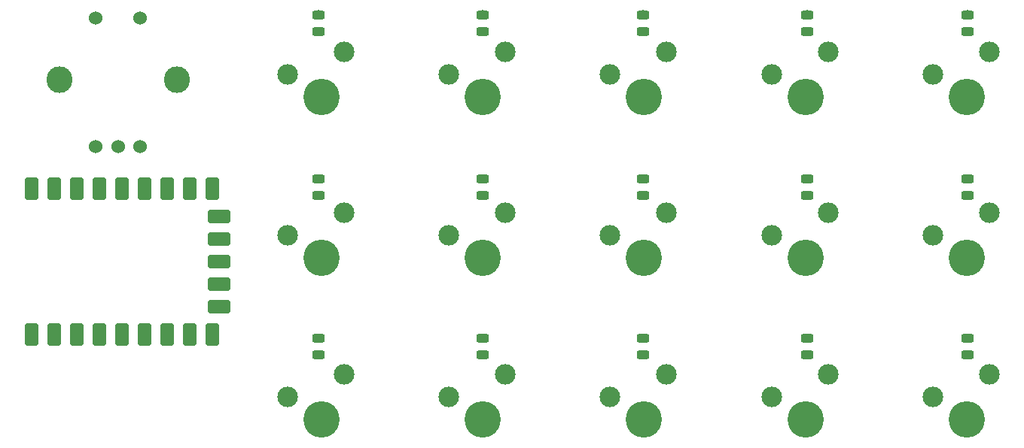
<source format=gbr>
%TF.GenerationSoftware,KiCad,Pcbnew,7.0.8-7.0.8~ubuntu23.04.1*%
%TF.CreationDate,2023-10-31T21:45:29+10:00*%
%TF.ProjectId,SkyMusicPad,536b794d-7573-4696-9350-61642e6b6963,rev?*%
%TF.SameCoordinates,Original*%
%TF.FileFunction,Soldermask,Bot*%
%TF.FilePolarity,Negative*%
%FSLAX46Y46*%
G04 Gerber Fmt 4.6, Leading zero omitted, Abs format (unit mm)*
G04 Created by KiCad (PCBNEW 7.0.8-7.0.8~ubuntu23.04.1) date 2023-10-31 21:45:29*
%MOMM*%
%LPD*%
G01*
G04 APERTURE LIST*
G04 Aperture macros list*
%AMRoundRect*
0 Rectangle with rounded corners*
0 $1 Rounding radius*
0 $2 $3 $4 $5 $6 $7 $8 $9 X,Y pos of 4 corners*
0 Add a 4 corners polygon primitive as box body*
4,1,4,$2,$3,$4,$5,$6,$7,$8,$9,$2,$3,0*
0 Add four circle primitives for the rounded corners*
1,1,$1+$1,$2,$3*
1,1,$1+$1,$4,$5*
1,1,$1+$1,$6,$7*
1,1,$1+$1,$8,$9*
0 Add four rect primitives between the rounded corners*
20,1,$1+$1,$2,$3,$4,$5,0*
20,1,$1+$1,$4,$5,$6,$7,0*
20,1,$1+$1,$6,$7,$8,$9,0*
20,1,$1+$1,$8,$9,$2,$3,0*%
G04 Aperture macros list end*
%ADD10RoundRect,0.400000X-0.400000X0.900000X-0.400000X-0.900000X0.400000X-0.900000X0.400000X0.900000X0*%
%ADD11RoundRect,0.400050X-0.400050X0.899950X-0.400050X-0.899950X0.400050X-0.899950X0.400050X0.899950X0*%
%ADD12RoundRect,0.400000X-0.900000X0.400000X-0.900000X-0.400000X0.900000X-0.400000X0.900000X0.400000X0*%
%ADD13RoundRect,0.393700X-0.906300X0.393700X-0.906300X-0.393700X0.906300X-0.393700X0.906300X0.393700X0*%
%ADD14C,4.089400*%
%ADD15C,2.324000*%
%ADD16C,1.524000*%
%ADD17O,2.900000X3.000000*%
%ADD18RoundRect,0.243750X-0.456250X0.243750X-0.456250X-0.243750X0.456250X-0.243750X0.456250X0.243750X0*%
%ADD19C,0.800000*%
G04 APERTURE END LIST*
D10*
%TO.C,RZ1*%
X21765000Y-69115000D03*
X24305000Y-69115000D03*
X26845000Y-69115000D03*
X29385000Y-69115000D03*
X31925000Y-69115000D03*
D11*
X34465000Y-69115000D03*
X37005000Y-69115000D03*
X39545000Y-69115000D03*
X42085000Y-69115000D03*
D12*
X42895000Y-65975000D03*
D13*
X42895000Y-63435000D03*
X42895000Y-60895000D03*
X42895000Y-58355000D03*
X42895000Y-55815000D03*
D11*
X42085000Y-52675000D03*
X39545000Y-52675000D03*
X37005000Y-52675000D03*
X34465000Y-52675000D03*
X31925000Y-52675000D03*
X29385000Y-52675000D03*
X26845000Y-52675000D03*
X24305000Y-52675000D03*
X21765000Y-52675000D03*
%TD*%
D14*
%TO.C,S12*%
X72500000Y-78650000D03*
D15*
X68690000Y-76110000D03*
X75040000Y-73570000D03*
%TD*%
D14*
%TO.C,S11*%
X54350000Y-78650000D03*
D15*
X50540000Y-76110000D03*
X56890000Y-73570000D03*
%TD*%
D14*
%TO.C,S9*%
X108800000Y-60500000D03*
D15*
X104990000Y-57960000D03*
X111340000Y-55420000D03*
%TD*%
D14*
%TO.C,S4*%
X108800000Y-42350000D03*
D15*
X104990000Y-39810000D03*
X111340000Y-37270000D03*
%TD*%
D14*
%TO.C,S3*%
X90650000Y-42350000D03*
D15*
X86840000Y-39810000D03*
X93190000Y-37270000D03*
%TD*%
D14*
%TO.C,S6*%
X54350000Y-60500000D03*
D15*
X50540000Y-57960000D03*
X56890000Y-55420000D03*
%TD*%
D14*
%TO.C,S14*%
X108800000Y-78650000D03*
D15*
X104990000Y-76110000D03*
X111340000Y-73570000D03*
%TD*%
D14*
%TO.C,S8*%
X90650000Y-60500000D03*
D15*
X86840000Y-57960000D03*
X93190000Y-55420000D03*
%TD*%
D16*
%TO.C,SW1*%
X29000000Y-47950000D03*
X34000000Y-47950000D03*
X31500000Y-47950000D03*
X29000000Y-33450000D03*
X34000000Y-33450000D03*
D17*
X24900000Y-40450000D03*
X38100000Y-40450000D03*
%TD*%
D14*
%TO.C,S15*%
X126950000Y-78650000D03*
D15*
X123140000Y-76110000D03*
X129490000Y-73570000D03*
%TD*%
D14*
%TO.C,S13*%
X90650000Y-78650000D03*
D15*
X86840000Y-76110000D03*
X93190000Y-73570000D03*
%TD*%
D14*
%TO.C,S5*%
X126950000Y-42350000D03*
D15*
X123140000Y-39810000D03*
X129490000Y-37270000D03*
%TD*%
D14*
%TO.C,S2*%
X72500000Y-42350000D03*
D15*
X68690000Y-39810000D03*
X75040000Y-37270000D03*
%TD*%
D14*
%TO.C,S1*%
X54350000Y-42350000D03*
D15*
X50540000Y-39810000D03*
X56890000Y-37270000D03*
%TD*%
D14*
%TO.C,S7*%
X72500000Y-60500000D03*
D15*
X68690000Y-57960000D03*
X75040000Y-55420000D03*
%TD*%
D14*
%TO.C,S10*%
X126950000Y-60500000D03*
D15*
X123140000Y-57960000D03*
X129490000Y-55420000D03*
%TD*%
D18*
%TO.C,D14*%
X127000000Y-51562500D03*
X127000000Y-53437500D03*
%TD*%
%TO.C,D11*%
X109000000Y-51562500D03*
X109000000Y-53437500D03*
%TD*%
%TO.C,D4*%
X72500000Y-33125000D03*
X72500000Y-35000000D03*
%TD*%
%TO.C,D2*%
X54000000Y-51562500D03*
X54000000Y-53437500D03*
%TD*%
%TO.C,D12*%
X109000000Y-69562500D03*
X109000000Y-71437500D03*
%TD*%
%TO.C,D9*%
X90500000Y-69562500D03*
X90500000Y-71437500D03*
%TD*%
%TO.C,D6*%
X72500000Y-69562500D03*
X72500000Y-71437500D03*
%TD*%
%TO.C,D10*%
X109000000Y-33125000D03*
X109000000Y-35000000D03*
%TD*%
%TO.C,D7*%
X90500000Y-33125000D03*
X90500000Y-35000000D03*
%TD*%
%TO.C,D13*%
X127000000Y-33125000D03*
X127000000Y-35000000D03*
%TD*%
%TO.C,D1*%
X54000000Y-33125000D03*
X54000000Y-35000000D03*
%TD*%
%TO.C,D3*%
X54000000Y-69562500D03*
X54000000Y-71437500D03*
%TD*%
%TO.C,D8*%
X90500000Y-51562500D03*
X90500000Y-53437500D03*
%TD*%
%TO.C,D5*%
X72500000Y-51562500D03*
X72500000Y-53437500D03*
%TD*%
%TO.C,D15*%
X127000000Y-69562500D03*
X127000000Y-71437500D03*
%TD*%
D19*
X90500000Y-33000000D03*
X109000000Y-33000000D03*
X127000000Y-33000000D03*
X72500000Y-33000000D03*
X54000000Y-33000000D03*
X127000000Y-51500000D03*
X72500000Y-51500000D03*
X109000000Y-51500000D03*
X54000000Y-51500000D03*
X90500000Y-51500000D03*
X90500000Y-69500000D03*
X127000000Y-69500000D03*
X54000000Y-69500000D03*
X109000000Y-69500000D03*
X72500000Y-69500000D03*
X54000000Y-71500000D03*
X72500000Y-71500000D03*
X90500000Y-71500000D03*
X109000000Y-71500000D03*
X127000000Y-71500000D03*
M02*

</source>
